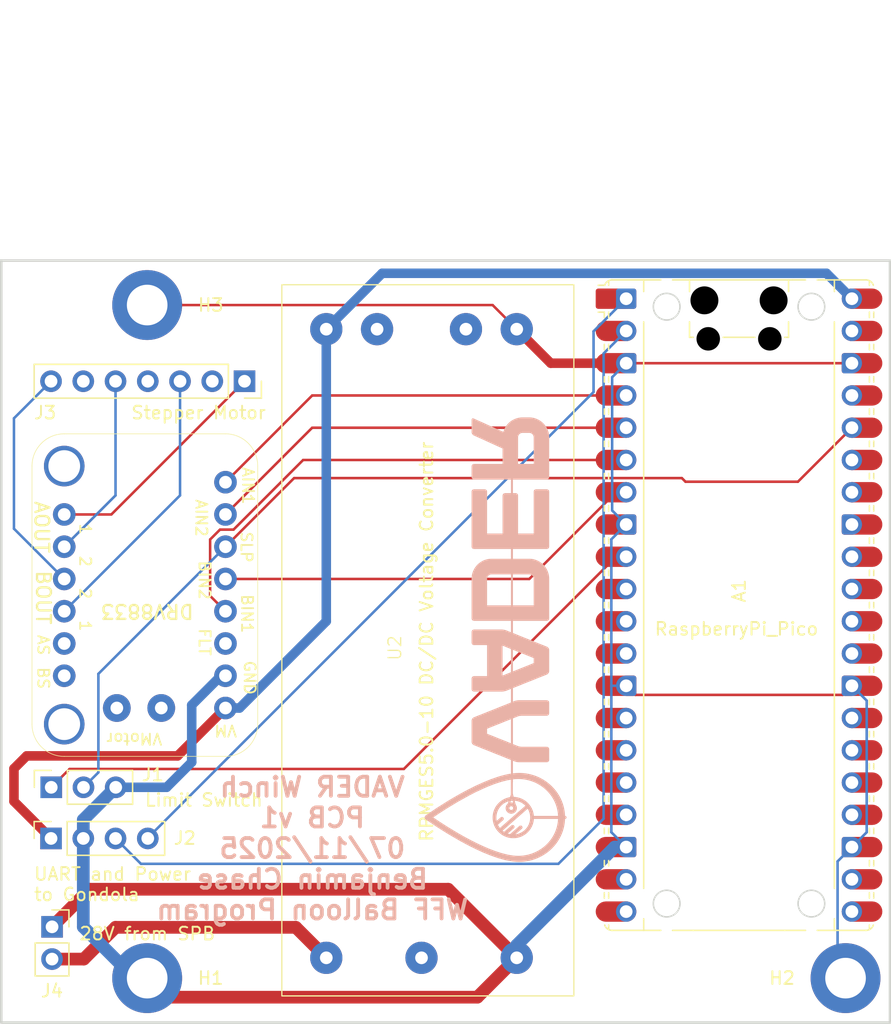
<source format=kicad_pcb>
(kicad_pcb
	(version 20241229)
	(generator "pcbnew")
	(generator_version "9.0")
	(general
		(thickness 1.6)
		(legacy_teardrops no)
	)
	(paper "A4")
	(layers
		(0 "F.Cu" signal)
		(2 "B.Cu" signal)
		(9 "F.Adhes" user "F.Adhesive")
		(11 "B.Adhes" user "B.Adhesive")
		(13 "F.Paste" user)
		(15 "B.Paste" user)
		(5 "F.SilkS" user "F.Silkscreen")
		(7 "B.SilkS" user "B.Silkscreen")
		(1 "F.Mask" user)
		(3 "B.Mask" user)
		(17 "Dwgs.User" user "User.Drawings")
		(19 "Cmts.User" user "User.Comments")
		(21 "Eco1.User" user "User.Eco1")
		(23 "Eco2.User" user "User.Eco2")
		(25 "Edge.Cuts" user)
		(27 "Margin" user)
		(31 "F.CrtYd" user "F.Courtyard")
		(29 "B.CrtYd" user "B.Courtyard")
		(35 "F.Fab" user)
		(33 "B.Fab" user)
		(39 "User.1" user)
		(41 "User.2" user)
		(43 "User.3" user)
		(45 "User.4" user)
	)
	(setup
		(pad_to_mask_clearance 0)
		(allow_soldermask_bridges_in_footprints no)
		(tenting front back)
		(pcbplotparams
			(layerselection 0x00000000_00000000_55555555_5755f5ff)
			(plot_on_all_layers_selection 0x00000000_00000000_00000000_00000000)
			(disableapertmacros no)
			(usegerberextensions no)
			(usegerberattributes yes)
			(usegerberadvancedattributes yes)
			(creategerberjobfile yes)
			(dashed_line_dash_ratio 12.000000)
			(dashed_line_gap_ratio 3.000000)
			(svgprecision 4)
			(plotframeref no)
			(mode 1)
			(useauxorigin no)
			(hpglpennumber 1)
			(hpglpenspeed 20)
			(hpglpendiameter 15.000000)
			(pdf_front_fp_property_popups yes)
			(pdf_back_fp_property_popups yes)
			(pdf_metadata yes)
			(pdf_single_document no)
			(dxfpolygonmode yes)
			(dxfimperialunits yes)
			(dxfusepcbnewfont yes)
			(psnegative no)
			(psa4output no)
			(plot_black_and_white yes)
			(sketchpadsonfab no)
			(plotpadnumbers no)
			(hidednponfab no)
			(sketchdnponfab yes)
			(crossoutdnponfab yes)
			(subtractmaskfromsilk no)
			(outputformat 1)
			(mirror no)
			(drillshape 1)
			(scaleselection 1)
			(outputdirectory "")
		)
	)
	(net 0 "")
	(net 1 "unconnected-(A1-GPIO11-Pad15)")
	(net 2 "Net-(A1-GPIO1)")
	(net 3 "GND")
	(net 4 "Net-(A1-GPIO3)")
	(net 5 "Net-(A1-GPIO4)")
	(net 6 "unconnected-(A1-AGND-Pad33)")
	(net 7 "unconnected-(A1-RUN-Pad30)")
	(net 8 "Net-(A1-GPIO5)")
	(net 9 "+5V")
	(net 10 "unconnected-(A1-GPIO21-Pad27)")
	(net 11 "unconnected-(A1-GPIO18-Pad24)")
	(net 12 "Net-(A1-GPIO6)")
	(net 13 "unconnected-(A1-VSYS-Pad39)")
	(net 14 "unconnected-(A1-GPIO17-Pad22)")
	(net 15 "unconnected-(A1-GPIO15-Pad20)")
	(net 16 "unconnected-(A1-3V3_EN-Pad37)_1")
	(net 17 "unconnected-(A1-GPIO16-Pad21)")
	(net 18 "unconnected-(A1-GPIO14-Pad19)_1")
	(net 19 "unconnected-(A1-GPIO20-Pad26)")
	(net 20 "Net-(A1-GPIO0)")
	(net 21 "unconnected-(A1-GPIO12-Pad16)_1")
	(net 22 "unconnected-(A1-GPIO19-Pad25)_1")
	(net 23 "unconnected-(A1-GPIO10-Pad14)_1")
	(net 24 "unconnected-(A1-GPIO22-Pad29)_1")
	(net 25 "unconnected-(A1-GPIO13-Pad17)_1")
	(net 26 "unconnected-(A1-GPIO27_ADC1-Pad32)_1")
	(net 27 "+3V3")
	(net 28 "Net-(A1-GPIO2)")
	(net 29 "unconnected-(A1-GPIO8-Pad11)_1")
	(net 30 "unconnected-(A1-GPIO9-Pad12)_1")
	(net 31 "unconnected-(A1-GPIO26_ADC0-Pad31)_1")
	(net 32 "unconnected-(A1-GPIO28_ADC2-Pad34)_1")
	(net 33 "unconnected-(A1-ADC_VREF-Pad35)_1")
	(net 34 "unconnected-(A1-GPIO7-Pad10)_1")
	(net 35 "unconnected-(J3-Pin_4-Pad4)")
	(net 36 "Net-(J3-Pin_3)")
	(net 37 "unconnected-(J3-Pin_6-Pad6)")
	(net 38 "Net-(J3-Pin_1)")
	(net 39 "+28V")
	(net 40 "unconnected-(U1-GND_Motor-Pad10)")
	(net 41 "unconnected-(U1-FLT-Pad6)")
	(net 42 "unconnected-(U1-BS-Pad11)")
	(net 43 "unconnected-(U1-AS-Pad12)")
	(net 44 "unconnected-(U1-VCC_Motor-Pad9)")
	(net 45 "unconnected-(U2-CTRL{slash}UVLO-Pad2)")
	(net 46 "unconnected-(U2-+SENSE-Pad5)")
	(net 47 "unconnected-(U2-TRIM-Pad6)")
	(net 48 "Net-(J3-Pin_5)")
	(net 49 "Net-(J3-Pin_7)")
	(net 50 "unconnected-(J3-Pin_2-Pad2)")
	(footprint "Module:RaspberryPi_Pico_Common_Unspecified" (layer "F.Cu") (at 108.61 96.13))
	(footprint "MountingHole:MountingHole_3.2mm_M3_ISO14580_Pad_TopBottom" (layer "F.Cu") (at 117 125.5))
	(footprint "MountingHole:MountingHole_3.2mm_M3_ISO14580_Pad_TopBottom" (layer "F.Cu") (at 61.9924 72.5))
	(footprint "Connector_PinSocket_2.54mm:PinSocket_1x03_P2.54mm_Vertical" (layer "F.Cu") (at 54.435 110.475 90))
	(footprint "Connector_PinSocket_2.54mm:PinSocket_1x07_P2.54mm_Vertical" (layer "F.Cu") (at 69.66 78.5 -90))
	(footprint "Converter_DCDC:rpmges5.0-10" (layer "F.Cu") (at 72.6 126.9 90))
	(footprint "Connector_PinSocket_2.54mm:PinSocket_1x02_P2.54mm_Vertical" (layer "F.Cu") (at 54.5 121.46))
	(footprint "Adafruit_DRV8833:DRV8833" (layer "F.Cu") (at 70.8525 108.1924 180))
	(footprint "MountingHole:MountingHole_3.2mm_M3_ISO14580_Pad_TopBottom" (layer "F.Cu") (at 61.9924 125.5))
	(footprint "Connector_PinSocket_2.54mm:PinSocket_1x04_P2.54mm_Vertical" (layer "F.Cu") (at 54.42 114.5 90))
	(gr_line
		(start 90.361603 112.101134)
		(end 90.717964 111.056856)
		(stroke
			(width 0.15875)
			(type solid)
			(color 0 191 99 1)
		)
		(layer "B.SilkS")
		(uuid "02fdf8bf-2981-4ef3-844f-f2ccb8c16d09")
	)
	(gr_poly
		(pts
			(xy 94.707995 112.671385) (xy 94.694472 112.499951) (xy 94.672203 112.330981) (xy 94.64141 112.16469)
			(xy 94.602316 112.00129) (xy 94.55514 111.840997) (xy 94.500104 111.684024) (xy 94.43743 111.530585)
			(xy 94.36734 111.380894) (xy 94.290053 111.235166) (xy 94.205793 111.093614) (xy 94.11478 110.956452)
			(xy 94.017236 110.823895) (xy 93.913381 110.696156) (xy 93.803438 110.573449) (xy 93.687628 110.455989)
			(xy 93.566172 110.34399) (xy 93.439291 110.237665) (xy 93.307207 110.137229) (xy 93.170142 110.042896)
			(xy 93.028316 109.954879) (xy 92.881952 109.873393) (xy 92.731269 109.798651) (xy 92.576491 109.730869)
			(xy 92.417838 109.670259) (xy 92.255531 109.617036) (xy 92.089792 109.571414) (xy 91.920843 109.533607)
			(xy 91.748904 109.503829) (xy 91.574197 109.482294) (xy 91.396944 109.469216) (xy 91.217365 109.464809)
			(xy 90.970355 109.473717) (xy 90.714123 109.499697) (xy 90.449755 109.541639) (xy 90.178332 109.598429)
			(xy 89.900937 109.668955) (xy 89.618654 109.752104) (xy 89.043754 109.951824) (xy 88.462296 110.188689)
			(xy 87.882943 110.453801) (xy 87.314359 110.738258) (xy 86.765208 111.033163) (xy 86.244153 111.329616)
			(xy 85.759859 111.618717) (xy 84.936208 112.139268) (xy 84.111235 112.700581) (xy 84.102844 112.707148)
			(xy 84.094993 112.714191) (xy 84.087685 112.721679) (xy 84.080917 112.729581) (xy 84.074691 112.737865)
			(xy 84.069007 112.746498) (xy 84.063863 112.755449) (xy 84.059262 112.764686) (xy 84.055201 112.774177)
			(xy 84.051682 112.783891) (xy 84.048704 112.793796) (xy 84.046268 112.80386) (xy 84.044373 112.814051)
			(xy 84.04302 112.824337) (xy 84.042208 112.834687) (xy 84.041937 112.845068) (xy 84.042208 112.85545)
			(xy 84.04302 112.8658) (xy 84.044373 112.876086) (xy 84.046268 112.886277) (xy 84.048704 112.896341)
			(xy 84.051682 112.906246) (xy 84.055201 112.91596) (xy 84.059262 112.925451) (xy 84.063863 112.934688)
			(xy 84.069007 112.943639) (xy 84.074691 112.952272) (xy 84.080917 112.960555) (xy 84.087685 112.968457)
			(xy 84.094993 112.975946) (xy 84.102844 112.982989) (xy 84.111235 112.989556) (xy 84.936208 113.550901)
			(xy 85.759859 114.071485) (xy 86.765208 114.657077) (xy 87.314359 114.952001) (xy 87.882943 115.236477)
			(xy 88.462296 115.501606) (xy 89.043754 115.738487) (xy 89.618654 115.93822) (xy 90.178332 116.091905)
			(xy 90.714123 116.190643) (xy 90.970355 116.216626) (xy 91.217365 116.225534) (xy 91.217365 115.869587)
			(xy 91.010622 115.86267) (xy 90.796035 115.84243) (xy 90.574374 115.809636) (xy 90.346408 115.765053)
			(xy 89.874636 115.643591) (xy 89.386873 115.484181) (xy 88.889271 115.292959) (xy 88.387985 115.076063)
			(xy 87.889166 114.839629) (xy 87.398967 114.589794) (xy 86.923543 114.332694) (xy 86.469046 114.074466)
			(xy 85.647443 113.579174) (xy 84.983384 113.15301) (xy 84.526094 112.845068) (xy 84.983656 112.537127)
			(xy 85.647909 112.110963) (xy 86.469627 111.61567) (xy 87.399588 111.100343) (xy 87.889776 110.850508)
			(xy 88.388566 110.614074) (xy 88.889804 110.397178) (xy 89.387338 110.205956) (xy 89.875014 110.046546)
			(xy 90.346679 109.925084) (xy 90.796181 109.847706) (xy 91.010697 109.827467) (xy 91.217365 109.82055)
			(xy 91.378682 109.824493) (xy 91.537907 109.836193) (xy 91.694841 109.855459) (xy 91.849287 109.8821)
			(xy 92.001045 109.915924) (xy 92.149916 109.95674) (xy 92.295702 110.004356) (xy 92.438205 110.058581)
			(xy 92.577225 110.119225) (xy 92.712564 110.186094) (xy 92.844023 110.258998) (xy 92.971404 110.337746)
			(xy 93.094508 110.422146) (xy 93.213136 110.512006) (xy 93.32709 110.607136) (xy 93.43617 110.707343)
			(xy 93.540179 110.812437) (xy 93.638918 110.922227) (xy 93.732187 111.036519) (xy 93.819788 111.155124)
			(xy 93.901523 111.27785) (xy 93.977193 111.404505) (xy 94.0466 111.534899) (xy 94.109543 111.668838)
			(xy 94.165826 111.806134) (xy 94.215249 111.946593) (xy 94.257613 112.090024) (xy 94.292721 112.236236)
			(xy 94.320372 112.385039) (xy 94.340369 112.536239) (xy 94.352513 112.689646) (xy 94.356605 112.845068)
			(xy 94.352513 113.000491) (xy 94.340369 113.153898) (xy 94.320372 113.305098) (xy 94.292721 113.4539)
			(xy 94.257613 113.600113) (xy 94.215249 113.743544) (xy 94.165826 113.884003) (xy 94.109543 114.021298)
			(xy 94.0466 114.155238) (xy 93.977193 114.285631) (xy 93.901523 114.412287) (xy 93.819788 114.535012)
			(xy 93.732187 114.653617) (xy 93.638918 114.76791) (xy 93.540179 114.877699) (xy 93.43617 114.982793)
			(xy 93.32709 115.083001) (xy 93.213136 115.17813) (xy 93.094508 115.267991) (xy 92.971404 115.352391)
			(xy 92.844023 115.431138) (xy 92.712564 115.504043) (xy 92.577225 115.570912) (xy 92.438205 115.631555)
			(xy 92.295702 115.685781) (xy 92.149916 115.733397) (xy 92.001045 115.774213) (xy 91.849287 115.808037)
			(xy 91.694841 115.834678) (xy 91.537907 115.853944) (xy 91.378682 115.865644) (xy 91.217365 115.869587)
			(xy 91.217365 116.225534) (xy 91.396944 116.221126) (xy 91.574197 116.208047) (xy 91.748904 116.186509)
			(xy 91.920843 116.156727) (xy 92.089792 116.118915) (xy 92.255531 116.073288) (xy 92.417838 116.020059)
			(xy 92.576491 115.959442) (xy 92.731269 115.891652) (xy 92.881952 115.816903) (xy 93.028316 115.735408)
			(xy 93.170142 115.647382) (xy 93.307207 115.55304) (xy 93.439291 115.452594) (xy 93.566172 115.34626)
			(xy 93.687628 115.234251) (xy 93.803438 115.116781) (xy 93.913381 114.994065) (xy 94.017236 114.866317)
			(xy 94.11478 114.73375) (xy 94.205793 114.59658) (xy 94.290053 114.455019) (xy 94.36734 114.309283)
			(xy 94.43743 114.159584) (xy 94.500104 114.006139) (xy 94.55514 113.849159) (xy 94.602316 113.68886)
			(xy 94.64141 113.525456) (xy 94.672203 113.359161) (xy 94.694472 113.190188) (xy 94.707995 113.018753)
			(xy 94.712552 112.845068)
		)
		(stroke
			(width 0)
			(type solid)
		)
		(fill yes)
		(layer "B.SilkS")
		(uuid "0fe0e8b6-ee33-4f2b-af2b-5661e6d2a665")
	)
	(gr_line
		(start 90.723752 110.033043)
		(end 90.723752 81.921891)
		(stroke
			(width 0.15875)
			(type solid)
			(color 0 191 99 1)
		)
		(layer "B.SilkS")
		(uuid "1430f0b7-1f72-4c8a-9ff5-1278ebc35996")
	)
	(gr_poly
		(pts
			(xy 91.112645 112.098844) (xy 91.111533 112.077554) (xy 91.1094 112.056313) (xy 91.106243 112.035161)
			(xy 91.102061 112.014137) (xy 91.096849 111.993281) (xy 91.090606 111.972631) (xy 91.083329 111.952228)
			(xy 91.075016 111.93211) (xy 91.065663 111.912317) (xy 91.055268 111.892888) (xy 91.043829 111.873863)
			(xy 91.031342 111.855281) (xy 91.017806 111.83718) (xy 91.003218 111.819601) (xy 90.98776 111.802782)
			(xy 90.971642 111.786937) (xy 90.954905 111.772069) (xy 90.937586 111.758179) (xy 90.919727 111.745272)
			(xy 90.901366 111.733349) (xy 90.882543 111.722413) (xy 90.863298 111.712466) (xy 90.843668 111.703512)
			(xy 90.823695 111.695553) (xy 90.803418 111.688591) (xy 90.782875 111.682629) (xy 90.762107 111.67767)
			(xy 90.741153 111.673717) (xy 90.720052 111.670771) (xy 90.698844 111.668835) (xy 90.677568 111.667913)
			(xy 90.656263 111.668007) (xy 90.63497 111.669119) (xy 90.613727 111.671252) (xy 90.592574 111.674408)
			(xy 90.571551 111.678591) (xy 90.550696 111.683802) (xy 90.530049 111.690045) (xy 90.509651 111.697322)
			(xy 90.489539 111.705636) (xy 90.469754 111.714989) (xy 90.450334 111.725383) (xy 90.431321 111.736823)
			(xy 90.412752 111.749309) (xy 90.394667 111.762845) (xy 90.377107 111.777433) (xy 90.360287 111.792891)
			(xy 90.34444 111.809007) (xy 90.329569 111.825742) (xy 90.315676 111.843056) (xy 90.302763 111.860911)
			(xy 90.290835 111.879267) (xy 90.279892 111.898085) (xy 90.269939 111.917325) (xy 90.260977 111.936948)
			(xy 90.25301 111.956914) (xy 90.24604 111.977185) (xy 90.240069 111.997721) (xy 90.235101 112.018483)
			(xy 90.231137 112.039432) (xy 90.228182 112.060527) (xy 90.226237 112.08173) (xy 90.225305 112.103001)
			(xy 90.225389 112.124302) (xy 90.226492 112.145593) (xy 90.228615 112.166833) (xy 90.231763 112.187985)
			(xy 90.235937 112.209009) (xy 90.241141 112.229865) (xy 90.247376 112.250515) (xy 90.254646 112.270918)
			(xy 90.262953 112.291036) (xy 90.272301 112.310829) (xy 90.282691 112.330258) (xy 90.294126 112.349283)
			(xy 90.30661 112.367865) (xy 90.320144 112.385966) (xy 90.334732 112.403545) (xy 90.350208 112.420364)
			(xy 90.366342 112.436209) (xy 90.383093 112.451077) (xy 90.400423 112.464967) (xy 90.418292 112.477874)
			(xy 90.436662 112.489797) (xy 90.455491 112.500733) (xy 90.474743 112.51068) (xy 90.494376 112.519634)
			(xy 90.514352 112.527593) (xy 90.534632 112.534555) (xy 90.555176 112.540517) (xy 90.575945 112.545476)
			(xy 90.5969 112.54943) (xy 90.618001 112.552376) (xy 90.639209 112.554311) (xy 90.660485 112.555233)
			(xy 90.666093 112.555208) (xy 90.666093 112.259497) (xy 90.659001 112.259187) (xy 90.651932 112.258538)
			(xy 90.644899 112.257552) (xy 90.637915 112.256229) (xy 90.630993 112.25457) (xy 90.624147 112.252577)
			(xy 90.617389 112.25025) (xy 90.610733 112.24759) (xy 90.604192 112.244598) (xy 90.597778 112.241275)
			(xy 90.591505 112.237622) (xy 90.585387 112.23364) (xy 90.579435 112.22933) (xy 90.573663 112.224693)
			(xy 90.568085 112.21973) (xy 90.562713 112.214441) (xy 90.55756 112.208828) (xy 90.552698 112.202981)
			(xy 90.548187 112.196959) (xy 90.544027 112.190776) (xy 90.540216 112.184445) (xy 90.536754 112.177978)
			(xy 90.53364 112.171389) (xy 90.530872 112.164691) (xy 90.528451 112.157898) (xy 90.526374 112.151022)
			(xy 90.524641 112.144076) (xy 90.523251 112.137074) (xy 90.522203 112.130029) (xy 90.521496 112.122953)
			(xy 90.52113 112.115861) (xy 90.521102 112.108764) (xy 90.521413 112.101677) (xy 90.522061 112.094612)
			(xy 90.523045 112.087583) (xy 90.524365 112.080603) (xy 90.52602 112.073684) (xy 90.528008 112.066841)
			(xy 90.530328 112.060085) (xy 90.53298 112.05343) (xy 90.535963 112.04689) (xy 90.539276 112.040478)
			(xy 90.542917 112.034206) (xy 90.546886 112.028087) (xy 90.551182 112.022136) (xy 90.555804 112.016365)
			(xy 90.560751 112.010786) (xy 90.566022 112.005414) (xy 90.571617 112.000262) (xy 90.577483 111.995399)
			(xy 90.583522 111.990886) (xy 90.589721 111.986723) (xy 90.596068 111.982909) (xy 90.602549 111.979443)
			(xy 90.609151 111.976324) (xy 90.615861 111.973551) (xy 90.622666 111.971123) (xy 90.629553 111.96904)
			(xy 90.636508 111.967301) (xy 90.643519 111.965904) (xy 90.650572 111.96485) (xy 90.657655 111.964137)
			(xy 90.664754 111.963764) (xy 90.671856 111.963731) (xy 90.678948 111.964037) (xy 90.686018 111.964681)
			(xy 90.693051 111.965661) (xy 90.700035 111.966978) (xy 90.706956 111.968631) (xy 90.713802 111.970617)
			(xy 90.72056 111.972938) (xy 90.727216 111.975592) (xy 90.733758 111.978577) (xy 90.740171 111.981894)
			(xy 90.746444 111.985542) (xy 90.752563 111.989519) (xy 90.758515 111.993824) (xy 90.764286 111.998458)
			(xy 90.769865 112.003419) (xy 90.775237 112.008706) (xy 90.780389 112.014318) (xy 90.785252 112.020165)
			(xy 90.789765 112.026187) (xy 90.793928 112.03237) (xy 90.797742 112.038702) (xy 90.801208 112.045168)
			(xy 90.804328 112.051757) (xy 90.807101 112.058455) (xy 90.809528 112.065248) (xy 90.811611 112.072125)
			(xy 90.813351 112.07907) (xy 90.814747 112.086072) (xy 90.815801 112.093118) (xy 90.816514 112.100193)
			(xy 90.816887 112.107286) (xy 90.81692 112.114382) (xy 90.816615 112.121469) (xy 90.815971 112.128534)
			(xy 90.81499 112.135563) (xy 90.813673 112.142543) (xy 90.812021 112.149462) (xy 90.810034 112.156306)
			(xy 90.807713 112.163061) (xy 90.80506 112.169716) (xy 90.802074 112.176256) (xy 90.798757 112.182668)
			(xy 90.79511 112.18894) (xy 90.791133 112.195059) (xy 90.786827 112.20101) (xy 90.782193 112.206781)
			(xy 90.777233 112.21236) (xy 90.771946 112.217732) (xy 90.766333 112.222884) (xy 90.760467 112.227765)
			(xy 90.754428 112.232294) (xy 90.748228 112.23647) (xy 90.741881 112.240296) (xy 90.7354 112.243772)
			(xy 90.728798 112.246899) (xy 90.722088 112.249678) (xy 90.715283 112.25211) (xy 90.708397 112.254196)
			(xy 90.701441 112.255937) (xy 90.694431 112.257334) (xy 90.687377 112.258387) (xy 90.680295 112.259098)
			(xy 90.673196 112.259468) (xy 90.666093 112.259497) (xy 90.666093 112.555208) (xy 90.68179 112.555139)
			(xy 90.703084 112.554028) (xy 90.724328 112.551895) (xy 90.745482 112.548738) (xy 90.766508 112.544555)
			(xy 90.787366 112.539344) (xy 90.808017 112.533101) (xy 90.828421 112.525824) (xy 90.84854 112.51751)
			(xy 90.868333 112.508157) (xy 90.887762 112.497763) (xy 90.906788 112.486324) (xy 90.925371 112.473837)
			(xy 90.943471 112.460301) (xy 90.96105 112.445713) (xy 90.977869 112.430255) (xy 90.993714 112.414139)
			(xy 91.008583 112.397404) (xy 91.022472 112.38009) (xy 91.035379 112.362235) (xy 91.047303 112.343879)
			(xy 91.058239 112.325062) (xy 91.068185 112.305822) (xy 91.077139 112.286199) (xy 91.085099 112.266232)
			(xy 91.09206 112.245961) (xy 91.098022 112.225425) (xy 91.102981 112.204663) (xy 91.106935 112.183715)
			(xy 91.109881 112.162619) (xy 91.111816 112.141416) (xy 91.112738 112.120145)
		)
		(stroke
			(width 0)
			(type solid)
		)
		(fill yes)
		(layer "B.SilkS")
		(uuid "280433b0-7dbe-4b5d-b4f1-589ab466007b")
	)
	(gr_poly
		(pts
			(xy 93.656795 82.88282) (xy 93.655328 82.842105) (xy 93.652883 82.80174) (xy 93.649462 82.761723)
			(xy 93.645064 82.722055) (xy 93.639691 82.682736) (xy 93.633342 82.643765) (xy 93.62602 82.605144)
			(xy 93.617723 82.566871) (xy 93.608454 82.528947) (xy 93.598212 82.491372) (xy 93.586998 82.454146)
			(xy 93.574812 82.417269) (xy 93.561656 82.38074) (xy 93.54753 82.34456) (xy 93.532434 82.308729)
			(xy 93.516466 82.273353) (xy 93.499801 82.238539) (xy 93.482438 82.204287) (xy 93.464379 82.170597)
			(xy 93.445624 82.137469) (xy 93.426172 82.104903) (xy 93.406025 82.072899) (xy 93.385182 82.041457)
			(xy 93.363644 82.010577) (xy 93.341411 81.980259) (xy 93.318483 81.950503) (xy 93.294861 81.921309)
			(xy 93.270545 81.892677) (xy 93.245536 81.864608) (xy 93.219833 81.8371) (xy 93.193436 81.810154)
			(xy 93.16649 81.783757) (xy 93.138982 81.758054) (xy 93.110912 81.733044) (xy 93.08228 81.708728)
			(xy 93.053086 81.685106) (xy 93.023331 81.662179) (xy 92.993013 81.639946) (xy 92.962133 81.618408)
			(xy 92.930691 81.597565) (xy 92.898687 81.577418) (xy 92.866121 81.557966) (xy 92.832993 81.539211)
			(xy 92.799303 81.521152) (xy 92.765052 81.50379) (xy 92.730238 81.487124) (xy 92.694862 81.471157)
			(xy 92.659031 81.456061) (xy 92.622851 81.441934) (xy 92.586322 81.428778) (xy 92.549445 81.416593)
			(xy 92.512218 81.405379) (xy 92.474643 81.395137) (xy 92.436719 81.385867) (xy 92.398446 81.377571)
			(xy 92.359825 81.370248) (xy 92.320854 81.3639) (xy 92.281535 81.358526) (xy 92.241867 81.354129)
			(xy 92.20185 81.350707) (xy 92.161484 81.348263) (xy 92.120769 81.346795) (xy 92.079706 81.346306)
			(xy 91.562942 81.346306) (xy 91.496472 81.347642) (xy 91.430695 81.351648) (xy 91.365606 81.358319)
			(xy 91.301201 81.367649) (xy 91.237473 81.379633) (xy 91.174419 81.394268) (xy 91.112033 81.411548)
			(xy 91.050312 81.431469) (xy 90.989772 81.453618) (xy 90.930622 81.477894) (xy 90.901568 81.490828)
			(xy 90.872859 81.504292) (xy 90.844495 81.518285) (xy 90.816476 81.532807) (xy 90.7888 81.547857)
			(xy 90.761468 81.563434) (xy 90.734479 81.579538) (xy 90.707832 81.596168) (xy 90.681527 81.613324)
			(xy 90.655562 81.631005) (xy 90.629938 81.649211) (xy 90.604654 81.66794) (xy 90.579842 81.687081)
			(xy 90.55548 81.706677) (xy 90.531568 81.726728) (xy 90.508106 81.747231) (xy 90.485093 81.768188)
			(xy 90.46253 81.789597) (xy 90.440415 81.811458) (xy 90.418748 81.83377) (xy 90.39753 81.856533)
			(xy 90.376759 81.879745) (xy 90.356436 81.903407) (xy 90.33656 81.927518) (xy 90.317131 81.952077)
			(xy 90.298148 81.977083) (xy 90.279612 82.002536) (xy 90.261522 82.028436) (xy 90.244011 82.054754)
			(xy 90.227057 82.081388) (xy 90.210661 82.108336) (xy 90.194821 82.1356) (xy 90.179539 82.163178)
			(xy 90.164813 82.191071) (xy 90.150645 82.219279) (xy 90.137034 82.247802) (xy 90.12398 82.27664)
			(xy 90.111483 82.305792) (xy 90.099544 82.33526) (xy 90.088161 82.365042) (xy 90.077336 82.39514)
			(xy 90.067067 82.425552) (xy 90.057356 82.456279) (xy 90.048202 82.487321) (xy 87.722349 81.435602)
			(xy 87.713428 81.43146) (xy 87.704647 81.42787) (xy 87.696008 81.424833) (xy 87.68751 81.422348)
			(xy 87.679153 81.420415) (xy 87.670939 81.419034) (xy 87.662867 81.418206) (xy 87.654937 81.41793)
			(xy 87.647151 81.418206) (xy 87.639508 81.419034) (xy 87.632008 81.420415) (xy 87.624652 81.422348)
			(xy 87.61744 81.424833) (xy 87.610373 81.42787) (xy 87.60345 81.43146) (xy 87.596672 81.435602) (xy 87.593411 81.437874)
			(xy 87.590253 81.440234) (xy 87.5872 81.44268) (xy 87.58425 81.445214) (xy 87.581405 81.447834) (xy 87.578663 81.450542)
			(xy 87.576026 81.453337) (xy 87.573492 81.456218) (xy 87.571062 81.459186) (xy 87.568736 81.462242)
			(xy 87.566514 81.465384) (xy 87.564396 81.468613) (xy 87.562381 81.471928) (xy 87.56047 81.475331)
			(xy 87.558663 81.47882) (xy 87.556959 81.482396) (xy 87.555359 81.486058) (xy 87.553862 81.489807)
			(xy 87.552469 81.493642) (xy 87.551179 81.497564) (xy 87.548909 81.505667) (xy 87.547053 81.514116)
			(xy 87.54561 81.522909) (xy 87.544579 81.532048) (xy 87.543961 81.541531) (xy 87.543755 81.551359)
			(xy 87.543755 82.504684) (xy 87.543961 82.514705) (xy 87.544579 82.524693) (xy 87.54561 82.534646)
			(xy 87.547053 82.544566) (xy 87.548909 82.554451) (xy 87.551179 82.564303) (xy 87.553862 82.574121)
			(xy 87.556959 82.583905) (xy 87.56047 82.593655) (xy 87.564396 82.603371) (xy 87.568736 82.613053)
			(xy 87.573492 82.622701) (xy 87.578663 82.632315) (xy 87.58425 82.641896) (xy 87.590253 82.651443)
			(xy 87.596672 82.660955) (xy 87.60345 82.67033) (xy 87.610373 82.679384) (xy 87.61744 82.688119)
			(xy 87.624652 82.696534) (xy 87.632008 82.704629) (xy 87.639508 82.712405) (xy 87.647151 82.719861)
			(xy 87.654937 82.726997) (xy 87.662867 82.733813) (xy 87.670939 82.74031) (xy 87.679153 82.746487)
			(xy 87.68751 82.752344) (xy 87.696008 82.757882) (xy 87.704647 82.7631) (xy 87.713428 82.767998)
			(xy 87.722349 82.772576) (xy 89.985363 83.79701) (xy 89.985363 85.009132) (xy 87.739713 85.009132)
			(xy 87.729762 85.00936) (xy 87.719986 85.010042) (xy 87.710384 85.011178) (xy 87.700959 85.012769)
			(xy 87.691708 85.014812) (xy 87.682634 85.017307) (xy 87.673736 85.020254) (xy 87.665014 85.023653)
			(xy 87.65647 85.027502) (xy 87.648102 85.031801) (xy 87.639912 85.036549) (xy 87.631899 85.041746)
			(xy 87.624065 85.047391) (xy 87.616409 85.053484) (xy 87.608932 85.060023) (xy 87.601633 85.067009)
			(xy 87.594613 85.074344) (xy 87.588048 85.081853) (xy 87.581938 85.089536) (xy 87.576283 85.097392)
			(xy 87.571081 85.105421) (xy 87.566334 85.113624) (xy 87.56204 85.121999) (xy 87.558199 85.130546)
			(xy 87.554811 85.139265) (xy 87.551876 85.148156) (xy 87.549394 85.157218) (xy 87.547363 85.166451)
			(xy 87.545784 85.175855) (xy 87.544657 85.18543) (xy 87.543981 85.195175) (xy 87.543755 85.205089)
			(xy 87.543755 86.042659) (xy 87.543981 86.05261) (xy 87.544657 86.062387) (xy 87.545784 86.071988)
			(xy 87.547363 86.081414) (xy 87.549394 86.090664) (xy 87.551876 86.099738) (xy 87.554811 86.108637)
			(xy 87.558199 86.117358) (xy 87.56204 86.125903) (xy 87.566334 86.13427) (xy 87.571081 86.14246)
			(xy 87.576283 86.150473) (xy 87.581938 86.158307) (xy 87.588048 86.165963) (xy 87.594613 86.173441)
			(xy 87.601633 86.180739) (xy 87.608932 86.187759) (xy 87.616409 86.194324) (xy 87.624065 86.200434)
			(xy 87.631899 86.206089) (xy 87.639912 86.211291) (xy 87.648102 86.216038) (xy 87.65647 86.220332)
			(xy 87.665014 86.224173) (xy 87.673736 86.227561) (xy 87.682634 86.230496) (xy 87.691708 86.232978)
			(xy 87.700959 86.235009) (xy 87.710384 86.236588) (xy 87.719986 86.237715) (xy 87.729762 86.238391)
			(xy 87.739713 86.238616) (xy 91.206581 86.238616) (xy 91.206581 85.009132) (xy 91.206581 82.923883)
			(xy 91.206981 82.905161) (xy 91.20818 82.886822) (xy 91.210179 82.868864) (xy 91.212979 82.851288)
			(xy 91.216579 82.834094) (xy 91.22098 82.817281) (xy 91.226183 82.800849) (xy 91.232187 82.784797)
			(xy 91.238992 82.769126) (xy 91.2466 82.753834) (xy 91.25501 82.738922) (xy 91.264223 82.72439) (xy 91.274239 82.710237)
			(xy 91.285058 82.696462) (xy 91.29668 82.683067) (xy 91.309107 82.670049) (xy 91.322091 82.657657)
			(xy 91.335461 82.646059) (xy 91.349218 82.635258) (xy 91.363361 82.625253) (xy 91.377889 82.616044)
			(xy 91.392801 82.607633) (xy 91.408097 82.600021) (xy 91.423777 82.593207) (xy 91.439839 82.587192)
			(xy 91.456284 82.581978) (xy 91.47311 82.577564) (xy 91.490317 82.573951) (xy 91.507904 82.57114)
			(xy 91.525871 82.569131) (xy 91.544217 82.567926) (xy 91.562942 82.567524) (xy 92.079706 82.567524)
			(xy 92.098428 82.567926) (xy 92.116768 82.569131) (xy 92.134726 82.57114) (xy 92.152302 82.573951)
			(xy 92.169496 82.577564) (xy 92.186309 82.581978) (xy 92.202741 82.587192) (xy 92.218793 82.593207)
			(xy 92.234464 82.600021) (xy 92.249756 82.607633) (xy 92.264667 82.616044) (xy 92.2792 82.625253)
			(xy 92.293353 82.635258) (xy 92.307127 82.646059) (xy 92.320523 82.657657) (xy 92.333541 82.670049)
			(xy 92.345933 82.683067) (xy 92.357531 82.696462) (xy 92.368332 82.710237) (xy 92.378338 82.72439)
			(xy 92.387546 82.738922) (xy 92.395957 82.753834) (xy 92.40357 82.769126) (xy 92.410383 82.784797)
			(xy 92.416398 82.800849) (xy 92.421613 82.817281) (xy 92.426027 82.834094) (xy 92.429639 82.851288)
			(xy 92.43245 82.868864) (xy 92.434459 82.886822) (xy 92.435665 82.905161) (xy 92.436067 82.923883)
			(xy 92.436067 85.009132) (xy 91.206581 85.009132) (xy 91.206581 86.238616) (xy 93.461327 86.238616)
			(xy 93.471242 86.238391) (xy 93.480986 86.237715) (xy 93.490561 86.236588) (xy 93.499965 86.235009)
			(xy 93.509198 86.232978) (xy 93.51826 86.230496) (xy 93.527151 86.227561) (xy 93.53587 86.224173)
			(xy 93.544418 86.220332) (xy 93.552792 86.216038) (xy 93.560995 86.211291) (xy 93.569024 86.206089)
			(xy 93.57688 86.200434) (xy 93.584563 86.194324) (xy 93.592072 86.187759) (xy 93.599406 86.180739)
			(xy 93.606392 86.173441) (xy 93.612932 86.165963) (xy 93.619025 86.158307) (xy 93.62467 86.150473)
			(xy 93.629867 86.14246) (xy 93.634615 86.13427) (xy 93.638914 86.125903) (xy 93.642763 86.117358)
			(xy 93.646161 86.108637) (xy 93.649109 86.099738) (xy 93.651604 86.090664) (xy 93.653647 86.081414)
			(xy 93.655238 86.071988) (xy 93.656374 86.062387) (xy 93.657056 86.05261) (xy 93.657284 86.042659)
			(xy 93.657284 82.923883)
		)
		(stroke
			(width 0)
			(type solid)
		)
		(fill yes)
		(layer "B.SilkS")
		(uuid "3604d438-ed8f-4dde-94f3-0eb3554110b4")
	)
	(gr_line
		(start 91.003838 112.083151)
		(end 90.723545 111.016343)
		(stroke
			(width 0.158749)
			(type solid)
			(color 0 191 99 1)
		)
		(layer "B.SilkS")
		(uuid "38c15149-9b92-47a1-a4c0-9e37d2e13631")
	)
	(gr_poly
		(pts
			(xy 93.656795 94.014622) (xy 93.655328 93.974911) (xy 93.652883 93.935441) (xy 93.649462 93.896214)
			(xy 93.645064 93.857229) (xy 93.639691 93.818486) (xy 93.633342 93.779985) (xy 93.62602 93.741727)
			(xy 93.617723 93.703711) (xy 93.608454 93.665937) (xy 93.598212 93.628405) (xy 93.586998 93.591115)
			(xy 93.574812 93.554068) (xy 93.561656 93.517263) (xy 93.54753 93.4807) (xy 93.532434 93.44438) (xy 93.516466 93.408403)
			(xy 93.499801 93.373028) (xy 93.482438 93.338253) (xy 93.464379 93.304079) (xy 93.445624 93.270505)
			(xy 93.426172 93.237533) (xy 93.406025 93.205161) (xy 93.385182 93.17339) (xy 93.363644 93.142219)
			(xy 93.341411 93.11165) (xy 93.318483 93.081681) (xy 93.294861 93.052312) (xy 93.270545 93.023545)
			(xy 93.245536 92.995378) (xy 93.219833 92.967812) (xy 93.193436 92.940847) (xy 93.16649 92.91445)
			(xy 93.138982 92.888747) (xy 93.110912 92.863737) (xy 93.08228 92.839421) (xy 93.053086 92.815799)
			(xy 93.023331 92.792872) (xy 92.993013 92.770639) (xy 92.962133 92.749101) (xy 92.930691 92.728258)
			(xy 92.898687 92.70811) (xy 92.866121 92.688658) (xy 92.832993 92.669903) (xy 92.799303 92.651844)
			(xy 92.765052 92.634481) (xy 92.730238 92.617816) (xy 92.694862 92.601847) (xy 92.659031 92.586752)
			(xy 92.622851 92.572625) (xy 92.586322 92.559469) (xy 92.549445 92.547284) (xy 92.512218 92.536069)
			(xy 92.474643 92.525827) (xy 92.436719 92.516558) (xy 92.398446 92.508261) (xy 92.359825 92.500939)
			(xy 92.320854 92.49459) (xy 92.281535 92.489217) (xy 92.241867 92.484819) (xy 92.20185 92.481398)
			(xy 92.161484 92.478953) (xy 92.120769 92.477486) (xy 92.079706 92.476997) (xy 89.121334 92.476997)
			(xy 89.08027 92.477486) (xy 89.039556 92.478953) (xy 88.99919 92.481398) (xy 88.959173 92.484819)
			(xy 88.919505 92.489217) (xy 88.880186 92.49459) (xy 88.841215 92.500939) (xy 88.802593 92.508261)
			(xy 88.764321 92.516558) (xy 88.726396 92.525827) (xy 88.688821 92.536069) (xy 88.651595 92.547284)
			(xy 88.614717 92.559469) (xy 88.578188 92.572625) (xy 88.542008 92.586752) (xy 88.506177 92.601847)
			(xy 88.470797 92.617816) (xy 88.435969 92.634481) (xy 88.401695 92.651844) (xy 88.367975 92.669903)
			(xy 88.33481 92.688658) (xy 88.3022 92.70811) (xy 88.270146 92.728258) (xy 88.238648 92.749101) (xy 88.207708 92.770639)
			(xy 88.177325 92.792872) (xy 88.147501 92.815799) (xy 88.118236 92.839421) (xy 88.08953 92.863737)
			(xy 88.061385 92.888747) (xy 88.0338 92.91445) (xy 88.006776 92.940847) (xy 87.980455 92.967812)
			(xy 87.954823 92.995378) (xy 87.92988 93.023545) (xy 87.905626 93.052312) (xy 87.882063 93.081681)
			(xy 87.859191 93.11165) (xy 87.83701 93.142219) (xy 87.815522 93.17339) (xy 87.794726 93.205161)
			(xy 87.774624 93.237533) (xy 87.755216 93.270505) (xy 87.736502 93.304079) (xy 87.718484 93.338253)
			(xy 87.701161 93.373028) (xy 87.684535 93.408403) (xy 87.668606 93.44438) (xy 87.653476 93.4807)
			(xy 87.639324 93.517263) (xy 87.626151 93.554068) (xy 87.613955 93.591115) (xy 87.602736 93.628405)
			(xy 87.592495 93.665937) (xy 87.58323 93.703711) (xy 87.574942 93.741727) (xy 87.56763 93.779985)
			(xy 87.561294 93.818486) (xy 87.555934 93.857229) (xy 87.551549 93.896214) (xy 87.548139 93.935441)
			(xy 87.545703 93.974911) (xy 87.544242 94.014622) (xy 87.543755 94.054576) (xy 87.543755 97.173352)
			(xy 87.543981 97.183303) (xy 87.544657 97.193079) (xy 87.545784 97.20268) (xy 87.547363 97.212106)
			(xy 87.549394 97.221356) (xy 87.551876 97.23043) (xy 87.554811 97.239329) (xy 87.558199 97.24805)
			(xy 87.56204 97.256595) (xy 87.566334 97.264963) (xy 87.571081 97.273153) (xy 87.576283 97.281166)
			(xy 87.581938 97.289) (xy 87.588048 97.296656) (xy 87.594613 97.304134) (xy 87.601633 97.311432)
			(xy 87.608932 97.318452) (xy 87.616409 97.325017) (xy 87.624065 97.331127) (xy 87.631899 97.336783)
			(xy 87.639912 97.341984) (xy 87.648102 97.346731) (xy 87.65647 97.351025) (xy 87.665014 97.354866)
			(xy 87.673736 97.358254) (xy 87.682634 97.361189) (xy 87.691708 97.363671) (xy 87.700959 97.365702)
			(xy 87.710384 97.367281) (xy 87.719986 97.368408) (xy 87.729762 97.369084) (xy 87.739713 97.36931)
			(xy 88.764973 97.36931) (xy 88.764973 96.148918) (xy 88.764973 94.054576) (xy 88.76537 94.035873)
			(xy 88.766562 94.017592) (xy 88.768548 93.999731) (xy 88.771329 93.98229) (xy 88.774904 93.96527)
			(xy 88.779274 93.94867) (xy 88.784439 93.93249) (xy 88.790398 93.916729) (xy 88.797151 93.901387)
			(xy 88.804699 93.886464) (xy 88.813042 93.871959) (xy 88.822179 93.857872) (xy 88.83211 93.844204)
			(xy 88.842836 93.830953) (xy 88.854357 93.818119) (xy 88.866672 93.805702) (xy 88.879658 93.793799)
			(xy 88.893037 93.782661) (xy 88.906806 93.77229) (xy 88.920968 93.762685) (xy 88.935521 93.753847)
			(xy 88.950464 93.745775) (xy 88.965799 93.738471) (xy 88.981523 93.731934) (xy 88.997638 93.726165)
			(xy 89.014142 93.721165) (xy 89.031035 93.716933) (xy 89.048318 93.713469) (xy 89.06599 93.710775)
			(xy 89.08405 93.70885) (xy 89.102498 93.707695) (xy 89.121334 93.70731) (xy 92.079706 93.70731) (xy 92.098428 93.707695)
			(xy 92.116768 93.70885) (xy 92.134726 93.710775) (xy 92.152302 93.713469) (xy 92.169496 93.716933)
			(xy 92.186309 93.721165) (xy 92.202741 93.726165) (xy 92.218793 93.731934) (xy 92.234464 93.738471)
			(xy 92.249756 93.745775) (xy 92.264667 93.753847) (xy 92.2792 93.762685) (xy 92.293353 93.77229)
			(xy 92.307127 93.782661) (xy 92.320523 93.793799) (xy 92.333541 93.805702) (xy 92.345933 93.818119)
			(xy 92.357531 93.830953) (xy 92.368332 93.844204) (xy 92.378338 93.857872) (xy 92.387546 93.871959)
			(xy 92.395957 93.886464) (xy 92.40357 93.901387) (xy 92.410383 93.916729) (xy 92.416398 93.93249)
			(xy 92.421613 93.94867) (xy 92.426027 93.96527) (xy 92.429639 93.98229) (xy 92.43245 93.999731) (xy 92.434459 94.017592)
			(xy 92.435665 94.035873) (xy 92.436067 94.054576) (xy 92.436067 96.148918) (xy 88.764973 96.148918)
			(xy 88.764973 97.36931) (xy 93.461327 97.36931) (xy 93.471242 97.369084) (xy 93.480986 97.368408)
			(xy 93.490561 97.367281) (xy 93.499965 97.365702) (xy 93.509198 97.363671) (xy 93.51826 97.361189)
			(xy 93.527151 97.358254) (xy 93.53587 97.354866) (xy 93.544418 97.351025) (xy 93.552792 97.346731)
			(xy 93.560995 97.341984) (xy 93.569024 97.336783) (xy 93.57688 97.331127) (xy 93.584563 97.325017)
			(xy 93.592072 97.318452) (xy 93.599406 97.311432) (xy 93.606392 97.304134) (xy 93.612932 97.296656)
			(xy 93.619025 97.289) (xy 93.62467 97.281166) (xy 93.629867 97.273153) (xy 93.634615 97.264963) (xy 93.638914 97.256595)
			(xy 93.642763 97.24805) (xy 93.646161 97.239329) (xy 93.649109 97.23043) (xy 93.651604 97.221356)
			(xy 93.653647 97.212106) (xy 93.655238 97.20268) (xy 93.656374 97.193079) (xy 93.657056 97.183303)
			(xy 93.657284 97.173352) (xy 93.657284 94.054576)
		)
		(stroke
			(width 0)
			(type solid)
		)
		(fill yes)
		(layer "B.SilkS")
		(uuid "3d3a1649-9893-4ce5-85b8-8a7df53c6730")
	)
	(gr_line
		(start 90.71383 111.064919)
		(end 90.717964 109.705207)
		(stroke
			(width 0.15875)
			(type solid)
			(color 0 191 99 1)
		)
		(layer "B.SilkS")
		(uuid "41d567e5-d922-4927-ba7c-fe1f48b3140b")
	)
	(gr_poly
		(pts
			(xy 92.455028 112.80943) (xy 92.450962 112.731354) (xy 92.443153 112.653461) (xy 92.43159 112.575895)
			(xy 92.416264 112.4988) (xy 92.397165 112.422321) (xy 92.374284 112.346601) (xy 92.347611 112.271785)
			(xy 92.317136 112.198016) (xy 92.282849 112.125441) (xy 92.244741 112.054201) (xy 92.202802 111.984443)
			(xy 92.157023 111.91631) (xy 92.107393 111.849945) (xy 92.053903 111.785495) (xy 91.997206 111.723831)
			(xy 91.938095 111.665736) (xy 91.876714 111.61122) (xy 91.813209 111.560293) (xy 91.747722 111.512964)
			(xy 91.680398 111.469244) (xy 91.611382 111.429141) (xy 91.540818 111.392667) (xy 91.468849 111.359829)
			(xy 91.395621 111.330639) (xy 91.321277 111.305106) (xy 91.245962 111.28324) (xy 91.16982 111.26505)
			(xy 91.092995 111.250546) (xy 91.015631 111.239737) (xy 90.937873 111.232635) (xy 90.859865 111.229247)
			(xy 90.781751 111.229584) (xy 90.703676 111.233657) (xy 90.625783 111.241473) (xy 90.548217 111.253044)
			(xy 90.471122 111.268379) (xy 90.394642 111.287487) (xy 90.318922 111.310379) (xy 90.244106 111.337063)
			(xy 90.170338 111.367551) (xy 90.097762 111.401851) (xy 90.026522 111.439973) (xy 89.956764 111.481927)
			(xy 89.888631 111.527723) (xy 89.822266 111.57737) (xy 89.757816 111.630879) (xy 89.696152 111.687557)
			(xy 89.638057 111.746651) (xy 89.583541 111.808015) (xy 89.532614 111.871505) (xy 89.485285 111.936978)
			(xy 89.441565 112.004288) (xy 89.401462 112.073292) (xy 89.364988 112.143845) (xy 89.332151 112.215803)
			(xy 89.302961 112.289022) (xy 89.277427 112.363357) (xy 89.255561 112.438664) (xy 89.237371 112.514799)
			(xy 89.222867 112.591617) (xy 89.212058 112.668975) (xy 89.204956 112.746728) (xy 89.201568 112.824732)
			(xy 89.201906 112.902842) (xy 89.205978 112.980914) (xy 89.213794 113.058804) (xy 89.225365 113.136367)
			(xy 89.2407 113.21346) (xy 89.259808 113.289938) (xy 89.2827 113.365657) (xy 89.309384 113.440472)
			(xy 89.339872 113.514239) (xy 89.374172 113.586814) (xy 89.412294 113.658053) (xy 89.454248 113.727812)
			(xy 89.500044 113.795945) (xy 89.549692 113.862309) (xy 89.6032 113.926759) (xy 89.659879 113.988424)
			(xy 89.718975 114.046519) (xy 89.7789 114.099754) (xy 89.7789 113.675199) (xy 89.755761 113.644729)
			(xy 89.733628 113.613794) (xy 89.712498 113.582413) (xy 89.692368 113.550607) (xy 89.673236 113.518393)
			(xy 89.6551 113.485791) (xy 89.637956 113.452822) (xy 89.621804 113.419504) (xy 90.028187 113.064383)
			(xy 90.033799 113.059231) (xy 90.039086 113.053859) (xy 90.044047 113.04828) (xy 90.048681 113.042509)
			(xy 90.052987 113.036557) (xy 90.056963 113.030438) (xy 90.060611 113.024165) (xy 90.063928 113.017752)
			(xy 90.066913 113.01121) (xy 90.069567 113.004554) (xy 90.071888 112.997796) (xy 90.073875 112.99095)
			(xy 90.075527 112.984028) (xy 90.076844 112.977045) (xy 90.077825 112.970011) (xy 90.078468 112.962942)
			(xy 90.078774 112.95585) (xy 90.078741 112.948748) (xy 90.078368 112.941649) (xy 90.077655 112.934566)
			(xy 90.076601 112.927513) (xy 90.075204 112.920502) (xy 90.073465 112.913547) (xy 90.071382 112.90666)
			(xy 90.068955 112.899855) (xy 90.066182 112.893145) (xy 90.063062 112.886543) (xy 90.059596 112.880062)
			(xy 90.055782 112.873715) (xy 90.051619 112.867515) (xy 90.047106 112.861476) (xy 90.042243 112.85561)
			(xy 90.037091 112.849998) (xy 90.031719 112.844711) (xy 90.02614 112.83975) (xy 90.020369 112.835117)
			(xy 90.014417 112.830811) (xy 90.008298 112.826834) (xy 90.002025 112.823187) (xy 89.995612 112.81987)
			(xy 89.98907 112.816884) (xy 89.982414 112.81423) (xy 89.975656 112.81191) (xy 89.96881 112.809923)
			(xy 89.961889 112.80827) (xy 89.954905 112.806953) (xy 89.947872 112.805973) (xy 89.940802 112.805329)
			(xy 89.93371 112.805023) (xy 89.926608 112.805057) (xy 89.919509 112.805429) (xy 89.912426 112.806142)
			(xy 89.905373 112.807197) (xy 89.898362 112.808593) (xy 89.891407 112.810332) (xy 89.88452 112.812415)
			(xy 89.877715 112.814843) (xy 89.871005 112.817616) (xy 89.864403 112.820735) (xy 89.857922 112.824202)
			(xy 89.851575 112.828016) (xy 89.845376 112.832179) (xy 89.839336 112.836691) (xy 89.83347 112.841554)
			(xy 89.522172 113.113786) (xy 89.508349 113.028834) (xy 89.500045 112.943381) (xy 89.49724 112.857712)
			(xy 89.499915 112.772111) (xy 89.508052 112.686862) (xy 89.52163 112.602251) (xy 89.540632 112.51856)
			(xy 89.565037 112.436075) (xy 89.594827 112.35508) (xy 89.629984 112.275858) (xy 89.670486 112.198695)
			(xy 89.716317 112.123875) (xy 89.767456 112.051682) (xy 89.823884 111.9824) (xy 89.885583 111.916314)
			(xy 89.952533 111.853707) (xy 90.003453 111.811351) (xy 90.055839 111.771944) (xy 90.109584 111.735481)
			(xy 90.164582 111.701954) (xy 90.220726 111.671355) (xy 90.27791 111.643678) (xy 90.336026 111.618915)
			(xy 90.39497 111.59706) (xy 90.454634 111.578104) (xy 90.514912 111.562041) (xy 90.575698 111.548863)
			(xy 90.636884 111.538563) (xy 90.698365 111.531134) (xy 90.760034 111.526569) (xy 90.821784 111.524861)
			(xy 90.88351 111.526001) (xy 90.945104 111.529984) (xy 91.00646 111.536801) (xy 91.067471 111.546446)
			(xy 91.128032 111.558912) (xy 91.188036 111.57419) (xy 91.247376 111.592274) (xy 91.305946 111.613157)
			(xy 91.363639 111.636831) (xy 91.420348 111.66329) (xy 91.475969 111.692525) (xy 91.530393 111.72453)
			(xy 91.583514 111.759298) (xy 91.635227 111.79682) (xy 91.685424 111.837091) (xy 91.733999 111.880103)
			(xy 91.780845 111.925848) (xy 89.7789 113.675199) (xy 89.7789 114.099754) (xy 89.780341 114.101035)
			(xy 89.843835 114.151962) (xy 89.909312 114.199291) (xy 89.976627 114.243012) (xy 90.045637 114.283115)
			(xy 90.116195 114.319591) (xy 90.18816 114.352429) (xy 90.261385 114.381621) (xy 90.335726 114.407156)
			(xy 90.41104 114.429025) (xy 90.487181 114.447218) (xy 90.564006 114.461726) (xy 90.641369 114.472538)
			(xy 90.719127 114.479646) (xy 90.797135 114.483038) (xy 90.875249 114.482707) (xy 90.953324 114.478641)
			(xy 91.004045 114.473556) (xy 91.004045 114.176047) (xy 91.502826 113.740311) (xy 91.508438 113.735158)
			(xy 91.513725 113.729786) (xy 91.518686 113.724208) (xy 91.52332 113.718436) (xy 91.527625 113.712485)
			(xy 91.531602 113.706366) (xy 91.53525 113.700093) (xy 91.538567 113.693679) (xy 91.541552 113.687138)
			(xy 91.544206 113.680482) (xy 91.546526 113.673724) (xy 91.548513 113.666878) (xy 91.550166 113.659956)
			(xy 91.551483 113.652972) (xy 91.552463 113.645939) (xy 91.553107 113.63887) (xy 91.553413 113.631778)
			(xy 91.55338 113.624676) (xy 91.553007 113.617577) (xy 91.552294 113.610494) (xy 91.55124 113.603441)
			(xy 91.549843 113.59643) (xy 91.548104 113.589475) (xy 91.546021 113.582588) (xy 91.543593 113.575783)
			(xy 91.54082 113.569073) (xy 91.537701 113.562471) (xy 91.534234 113.55599) (xy 91.53042 113.549643)
			(xy 91.526257 113.543443) (xy 91.521745 113.537404) (xy 91.516882 113.531538) (xy 91.511729 113.525944)
			(xy 91.506357 113.520673) (xy 91.500779 113.515726) (xy 91.495007 113.511104) (xy 91.489055 113.506808)
			(xy 91.482937 113.502838) (xy 91.476664 113.499197) (xy 91.47025 113.495885) (xy 91.463709 113.492902)
			(xy 91.457053 113.49025) (xy 91.450295 113.487929) (xy 91.443449 113.485941) (xy 91.436527 113.484287)
			(xy 91.429543 113.482967) (xy 91.42251 113.481983) (xy 91.415441 113.481334) (xy 91.408349 113.481024)
			(xy 91.401247 113.481051) (xy 91.394148 113.481418) (xy 91.387065 113.482125) (xy 91.380012 113.483172)
			(xy 91.373001 113.484562) (xy 91.366046 113.486295) (xy 91.359159 113.488372) (xy 91.352354 113.490794)
			(xy 91.345644 113.493561) (xy 91.339042 113.496676) (xy 91.332561 113.500138) (xy 91.326214 113.503949)
			(xy 91.320014 113.508109) (xy 91.313975 113.51262) (xy 91.308109 113.517482) (xy 90.57017 114.162197)
			(xy 90.548409 114.15775) (xy 90.526697 114.152934) (xy 90.505043 114.147751) (xy 90.483456 114.142199)
			(xy 90.461948 114.136278) (xy 90.440526 114.12999) (xy 90.419201 114.123333) (xy 90.397983 114.116309)
			(xy 90.876714 113.698143) (xy 90.882308 113.69299) (xy 90.887579 113.687618) (xy 90.892526 113.68204)
			(xy 90.897148 113.676268) (xy 90.901445 113.670317) (xy 90.905414 113.664198) (xy 90.909055 113.657925)
			(xy 90.912368 113.651511) (xy 90.91535 113.64497) (xy 90.918003 113.638314) (xy 90.920323 113.631556)
			(xy 90.922311 113.62471) (xy 90.923965 113.617788) (xy 90.925285 113.610804) (xy 90.92627 113.603771)
			(xy 90.926918 113.596702) (xy 90.927229 113.58961) (xy 90.927201 113.582508) (xy 90.926835 113.575409)
			(xy 90.926128 113.568326) (xy 90.92508 113.561273) (xy 90.92369 113.554262) (xy 90.921957 113.547307)
			(xy 90.91988 113.54042) (xy 90.917458 113.533615) (xy 90.914691 113.526905) (xy 90.911576 113.520303)
			(xy 90.908114 113.513822) (xy 90.904304 113.507475) (xy 90.900143 113.501275) (xy 90.895632 113.495236)
			(xy 90.89077 113.48937) (xy 90.885617 113.483758) (xy 90.880243 113.478471) (xy 90.874662 113.47351)
			(xy 90.868887 113.468876) (xy 90.862931 113.464571) (xy 90.856807 113.460594) (xy 90.850529 113.456946)
			(xy 90.844109 113.453629) (xy 90.837562 113.450644) (xy 90.830899 113.44799) (xy 90.824135 113.445669)
			(xy 90.817283 113.443682) (xy 90.810355 113.44203) (xy 90.803365 113.440713) (xy 90.796326 113.439733)
			(xy 90.789252 113.439089) (xy 90.782155 113.438783) (xy 90.775049 113.438816) (xy 90.767947 113.439189)
			(xy 90.760862 113.439902) (xy 90.753808 113.440956) (xy 90.746798 113.442353) (xy 90.739844 113.444092)
			(xy 90.73296 113.446175) (xy 90.72616 113.448603) (xy 90.719456 113.451376) (xy 90.712861 113.454495)
			(xy 90.70639 113.457961) (xy 90.700055 113.461776) (xy 90.693869 113.465939) (xy 90.687845 113.470451)
			(xy 90.681997 113.475314) (xy 90.108389 113.976369) (xy 90.092634 113.966088) (xy 90.076999 113.955556)
			(xy 90.061484 113.944772) (xy 90.046093 113.933736) (xy 90.030828 113.922448) (xy 90.015691 113.910908)
			(xy 90.000685 113.899116) (xy 89.985812 113.887072) (xy 91.96316 112.159425) (xy 91.993289 112.210899)
			(xy 92.020896 112.263329) (xy 92.045986 112.316632) (xy 92.068564 112.370722) (xy 92.088636 112.425514)
			(xy 92.106208 112.480923) (xy 92.133876 112.593249) (xy 92.151613 112.707019) (xy 92.159467 112.821551)
			(xy 92.157482 112.936162) (xy 92.145706 113.050172) (xy 92.124186 113.162898) (xy 92.092966 113.273658)
			(xy 92.052094 113.381771) (xy 92.028053 113.434621) (xy 92.001616 113.486554) (xy 91.97279 113.537484)
			(xy 91.941579 113.587325) (xy 91.907989 113.635994) (xy 91.872028 113.683404) (xy 91.833699 113.72947)
			(xy 91.793009 113.774107) (xy 91.749965 113.81723) (xy 91.704571 113.858753) (xy 91.665671 113.89145)
			(xy 91.625898 113.922417) (xy 91.5853 113.951655) (xy 91.543925 113.979169) (xy 91.501818 114.004962)
			(xy 91.45903 114.029037) (xy 91.415605 114.051398) (xy 91.371593 114.072048) (xy 91.327041 114.09099)
			(xy 91.281997 114.108227) (xy 91.236507 114.123764) (xy 91.190619 114.137603) (xy 91.144382 114.149747)
			(xy 91.097842 114.1602) (xy 91.051047 114.168966) (xy 91.004045 114.176047) (xy 91.004045 114.473556)
			(xy 91.031216 114.470832) (xy 91.10878 114.459269) (xy 91.185873 114.443943) (xy 91.262349 114.424844)
			(xy 91.338065 114.401963) (xy 91.412876 114.37529) (xy 91.486637 114.344815) (xy 91.559205 114.310528)
			(xy 91.630434 114.27242) (xy 91.70018 114.230481) (xy 91.7683 114.184702) (xy 91.834648 114.135072)
			(xy 91.899081 114.081582) (xy 91.960745 114.024885) (xy 92.01884 113.965774) (xy 92.073356 113.904393)
			(xy 92.124283 113.840887) (xy 92.171612 113.7754) (xy 92.215333 113.708077) (xy 92.255436 113.639061)
			(xy 92.291912 113.568496) (xy 92.324751 113.496528) (xy 92.353942 113.4233) (xy 92.379478 113.348956)
			(xy 92.401347 113.273641) (xy 92.41954 113.197499) (xy 92.434047 113.120674) (xy 92.44486 113.04331)
			(xy 92.451967 112.965552) (xy 92.45536 112.887544)
		)
		(stroke
			(width 0)
			(type solid)
		)
		(fill yes)
		(layer "B.SilkS")
		(uuid "623981ff-ce5f-4f93-a214-5101ed47804e")
	)
	(gr_poly
		(pts
			(xy 94.90234 112.665048) (xy 94.888326 112.48736) (xy 94.86525 112.312227) (xy 94.833341 112.139871)
			(xy 94.792828 111.970513) (xy 94.743941 111.804374) (xy 94.686908 111.641678) (xy 94.62196 111.482645)
			(xy 94.549326 111.327498) (xy 94.469235 111.176458) (xy 94.381916 111.029746) (xy 94.287598 110.887586)
			(xy 94.186512 110.750198) (xy 94.078885 110.617805) (xy 93.964949 110.490628) (xy 93.844931 110.368889)
			(xy 93.719061 110.252809) (xy 93.58757 110.142612) (xy 93.450685 110.038517) (xy 93.308636 109.940748)
			(xy 93.161653 109.849526) (xy 93.009964 109.765072) (xy 92.8538 109.687609) (xy 92.693389 109.617359)
			(xy 92.528962 109.554542) (xy 92.360746 109.499381) (xy 92.188972 109.452099) (xy 92.013869 109.412915)
			(xy 91.835666 109.382053) (xy 91.654592 109.359734) (xy 91.470878 109.34618) (xy 91.284751 109.341613)
			(xy 91.028742 109.350845) (xy 90.763177 109.377772) (xy 90.489177 109.421242) (xy 90.207866 109.4801)
			(xy 89.920366 109.553195) (xy 89.627799 109.639374) (xy 89.031956 109.846369) (xy 88.429316 110.091863)
			(xy 87.828858 110.36663) (xy 87.239562 110.661449) (xy 86.670408 110.967095) (xy 86.130375 111.274345)
			(xy 85.628443 111.573974) (xy 84.7748 112.113479) (xy 83.919826 112.695207) (xy 83.911134 112.702015)
			(xy 83.903003 112.709319) (xy 83.895432 112.717084) (xy 83.888423 112.725279) (xy 83.881974 112.73387)
			(xy 83.876086 112.742824) (xy 83.870758 112.752108) (xy 83.865992 112.761688) (xy 83.861786 112.771533)
			(xy 83.858141 112.781609) (xy 83.855057 112.791883) (xy 83.852533 112.802322) (xy 83.850571 112.812893)
			(xy 83.849169 112.823563) (xy 83.848328 112.834299) (xy 83.848047 112.845068) (xy 83.848328 112.855837)
			(xy 83.849169 112.866573) (xy 83.850571 112.877243) (xy 83.852533 112.887814) (xy 83.855057 112.898253)
			(xy 83.858141 112.908527) (xy 83.861786 112.918603) (xy 83.865992 112.928448) (xy 83.870758 112.938029)
			(xy 83.876086 112.947313) (xy 83.881974 112.956267) (xy 83.888423 112.964858) (xy 83.895432 112.973052)
			(xy 83.903003 112.980818) (xy 83.911134 112.988121) (xy 83.919826 112.99493) (xy 84.7748 113.576658)
			(xy 85.628443 114.116162) (xy 86.670408 114.723042) (xy 87.239562 115.028688) (xy 87.828858 115.323506)
			(xy 88.429316 115.598274) (xy 89.031956 115.843768) (xy 89.627799 116.050763) (xy 90.207866 116.210037)
			(xy 90.763177 116.312365) (xy 91.028742 116.339292) (xy 91.284751 116.348524) (xy 91.284751 115.979761)
			(xy 91.070491 115.972592) (xy 90.848101 115.951615) (xy 90.618378 115.917625) (xy 90.382118 115.871417)
			(xy 89.89318 115.745528) (xy 89.387664 115.580308) (xy 88.871948 115.382118) (xy 88.352408 115.157318)
			(xy 87.835423 114.912269) (xy 87.32737 114.65333) (xy 86.834626 114.386863) (xy 86.363568 114.119228)
			(xy 85.512022 113.605894) (xy 84.823751 113.164213) (xy 84.349773 112.845068) (xy 84.823954 112.525924)
			(xy 85.512371 112.084243) (xy 86.364004 111.570909) (xy 87.327835 111.036807) (xy 87.835881 110.777868)
			(xy 88.352844 110.532819) (xy 88.872347 110.308019) (xy 89.388013 110.109828) (xy 89.893463 109.944609)
			(xy 90.382322 109.81872) (xy 90.84821 109.738522) (xy 91.070548 109.717545) (xy 91.284751 109.710376)
			(xy 91.451943 109.714462) (xy 91.616966 109.726588) (xy 91.779616 109.746556) (xy 91.939685 109.774167)
			(xy 92.09697 109.809223) (xy 92.251262 109.851525) (xy 92.402357 109.900876) (xy 92.550049 109.957076)
			(xy 92.694131 110.019928) (xy 92.834398 110.089233) (xy 92.970644 110.164792) (xy 93.102664 110.246408)
			(xy 93.23025 110.333882) (xy 93.353197 110.427015) (xy 93.4713 110.52561) (xy 93.584353 110.629467)
			(xy 93.692148 110.738389) (xy 93.794482 110.852177) (xy 93.891147 110.970633) (xy 93.981938 111.093558)
			(xy 94.066649 111.220754) (xy 94.145074 111.352023) (xy 94.217007 111.487167) (xy 94.282243 111.625986)
			(xy 94.340575 111.768282) (xy 94.391797 111.913858) (xy 94.435704 112.062515) (xy 94.472089 112.214054)
			(xy 94.500747 112.368278) (xy 94.521472 112.524987) (xy 94.534058 112.683983) (xy 94.538299 112.845068)
			(xy 94.534058 113.006154) (xy 94.521472 113.16515) (xy 94.500747 113.321859) (xy 94.472089 113.476082)
			(xy 94.435704 113.627622) (xy 94.391797 113.776278) (xy 94.340575 113.921854) (xy 94.282243 114.064151)
			(xy 94.217007 114.20297) (xy 94.145074 114.338113) (xy 94.066649 114.469382) (xy 93.981938 114.596578)
			(xy 93.891147 114.719504) (xy 93.794482 114.83796) (xy 93.692148 114.951748) (xy 93.584353 115.06067)
			(xy 93.4713 115.164527) (xy 93.353197 115.263122) (xy 93.23025 115.356255) (xy 93.102664 115.443729)
			(xy 92.970644 115.525345) (xy 92.834398 115.600904) (xy 92.694131 115.670209) (xy 92.550049 115.733061)
			(xy 92.402357 115.789261) (xy 92.251262 115.838612) (xy 92.09697 115.880914) (xy 91.939685 115.91597)
			(xy 91.779616 115.943581) (xy 91.616966 115.963549) (xy 91.451943 115.975675) (xy 91.284751 115.979761)
			(xy 91.284751 116.348524) (xy 91.470878 116.343956) (xy 91.654592 116.330402) (xy 91.835666 116.308084)
			(xy 92.013869 116.277222) (xy 92.188972 116.238038) (xy 92.360746 116.190755) (xy 92.528962 116.135595)
			(xy 92.693389 116.072778) (xy 92.8538 116.002528) (xy 93.009964 115.925065) (xy 93.161653 115.840611)
			(xy 93.308636 115.749389) (xy 93.450685 115.65162) (xy 93.58757 115.547525) (xy 93.719061 115.437327)
			(xy 93.844931 115.321248) (xy 93.964949 115.199509) (xy 94.078885 115.072332) (xy 94.186512 114.939938)
			(xy 94.287598 114.802551) (xy 94.381916 114.66039) (xy 94.469235 114.513679) (xy 94.549326 114.362639)
			(xy 94
... [41134 chars truncated]
</source>
